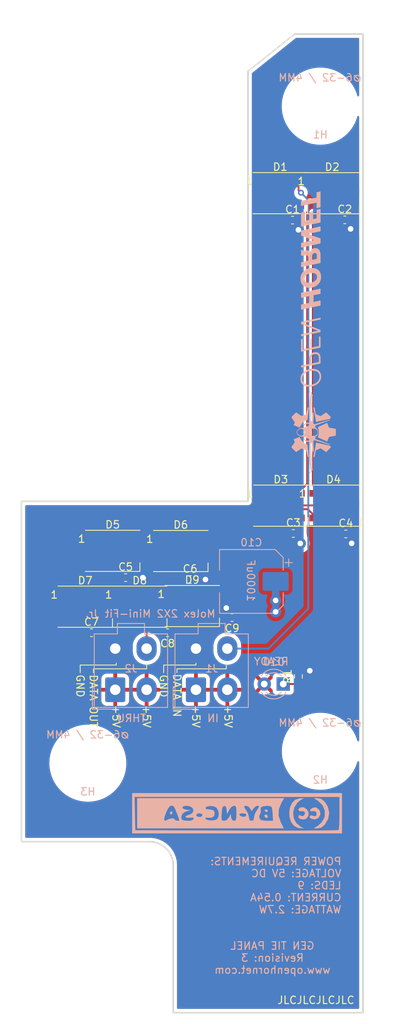
<source format=kicad_pcb>
(kicad_pcb (version 20211014) (generator pcbnew)
  (title_block (title "GEN TIE PANEL") (date "2023-02-10") (rev "3"))
  (layers (0 "F.Cu" signal) (31 "B.Cu" signal) (34 "B.Paste" user) (35 "F.Paste" user) (36 "B.SilkS" user "B.Silkscreen") (37 "F.SilkS" user "F.Silkscreen") (38 "B.Mask" user) (39 "F.Mask" user) (44 "Edge.Cuts" user))
  (net 0 "")
  (net 1 "Net-(D1-Pad2)")
  (net 2 "Net-(D2-Pad2)")
  (net 3 "Net-(D3-Pad2)")
  (net 4 "Net-(D4-Pad2)")
  (net 5 "Net-(D6-Pad2)")
  (net 6 "Net-(D8-Pad2)")
  (net 7 "/LEDGND")
  (net 8 "/LED+5V")
  (net 9 "/DATAIN")
  (net 10 "/DATAOUT")
  (net 11 "Net-(D5-Pad2)")
  (net 12 "Net-(D7-Pad2)")
  (net 13 "Net-(D10-Pad1)")
  (footprint "OH_Footprints:LED_WS2812B_PLCC4_5.0x5.0mm_P3.2mm" (layer "F.Cu") (at 151.742 50.974)
    (fp_text reference "D1" (at 0 -3.5) (layer "F.SilkS"))
    (fp_text value "WS2812B")
    (fp_text user "1" (at -4.15 -1.6) (layer "F.SilkS"))
    (pad "1" smd rect (at -2.45 -1.65) (size 1.5 0.9) (layers "F.Cu" "F.Paste" "F.Mask") (net 8 "/LED+5V"))
    (pad "2" smd rect (at -2.45 1.65) (size 1.5 0.9) (layers "F.Cu" "F.Paste" "F.Mask") (net 1 "Net-(D1-Pad2)"))
    (pad "3" smd rect (at 2.45 1.65) (size 1.5 0.9) (layers "F.Cu" "F.Paste" "F.Mask") (net 7 "/LEDGND"))
    (pad "4" smd rect (at 2.45 -1.65) (size 1.5 0.9) (layers "F.Cu" "F.Paste" "F.Mask") (net 9 "/DATAIN"))
  )
  (footprint "OH_Footprints:LED_WS2812B_PLCC4_5.0x5.0mm_P3.2mm" (layer "F.Cu") (at 158.702 50.984)
    (fp_text reference "D2" (at 0 -3.5) (layer "F.SilkS"))
    (fp_text value "WS2812B")
    (fp_text user "1" (at -4.15 -1.6) (layer "F.SilkS"))
    (pad "1" smd rect (at -2.45 -1.65) (size 1.5 0.9) (layers "F.Cu" "F.Paste" "F.Mask") (net 8 "/LED+5V"))
    (pad "2" smd rect (at -2.45 1.65) (size 1.5 0.9) (layers "F.Cu" "F.Paste" "F.Mask") (net 2 "Net-(D2-Pad2)"))
    (pad "3" smd rect (at 2.45 1.65) (size 1.5 0.9) (layers "F.Cu" "F.Paste" "F.Mask") (net 7 "/LEDGND"))
    (pad "4" smd rect (at 2.45 -1.65) (size 1.5 0.9) (layers "F.Cu" "F.Paste" "F.Mask") (net 1 "Net-(D1-Pad2)"))
  )
  (footprint "OH_Footprints:LED_WS2812B_PLCC4_5.0x5.0mm_P3.2mm" (layer "F.Cu") (at 151.822 92.744)
    (fp_text reference "D3" (at 0 -3.5) (layer "F.SilkS"))
    (fp_text value "WS2812B")
    (fp_text user "1" (at -4.15 -1.6) (layer "F.SilkS"))
    (pad "1" smd rect (at -2.45 -1.65) (size 1.5 0.9) (layers "F.Cu" "F.Paste" "F.Mask") (net 8 "/LED+5V"))
    (pad "2" smd rect (at -2.45 1.65) (size 1.5 0.9) (layers "F.Cu" "F.Paste" "F.Mask") (net 3 "Net-(D3-Pad2)"))
    (pad "3" smd rect (at 2.45 1.65) (size 1.5 0.9) (layers "F.Cu" "F.Paste" "F.Mask") (net 7 "/LEDGND"))
    (pad "4" smd rect (at 2.45 -1.65) (size 1.5 0.9) (layers "F.Cu" "F.Paste" "F.Mask") (net 2 "Net-(D2-Pad2)"))
  )
  (footprint "OH_Footprints:LED_WS2812B_PLCC4_5.0x5.0mm_P3.2mm" (layer "F.Cu") (at 158.872 92.744)
    (fp_text reference "D4" (at 0 -3.5) (layer "F.SilkS"))
    (fp_text value "WS2812B")
    (fp_text user "1" (at -4.15 -1.6) (layer "F.SilkS"))
    (pad "1" smd rect (at -2.45 -1.65) (size 1.5 0.9) (layers "F.Cu" "F.Paste" "F.Mask") (net 8 "/LED+5V"))
    (pad "2" smd rect (at -2.45 1.65) (size 1.5 0.9) (layers "F.Cu" "F.Paste" "F.Mask") (net 4 "Net-(D4-Pad2)"))
    (pad "3" smd rect (at 2.45 1.65) (size 1.5 0.9) (layers "F.Cu" "F.Paste" "F.Mask") (net 7 "/LEDGND"))
    (pad "4" smd rect (at 2.45 -1.65) (size 1.5 0.9) (layers "F.Cu" "F.Paste" "F.Mask") (net 3 "Net-(D3-Pad2)"))
  )
  (footprint "OH_Footprints:LED_WS2812B_PLCC4_5.0x5.0mm_P3.2mm" (layer "F.Cu") (at 129.312 98.784)
    (fp_text reference "D5" (at 0 -3.5) (layer "F.SilkS"))
    (fp_text value "WS2812B")
    (fp_text user "1" (at -4.15 -1.6) (layer "F.SilkS"))
    (pad "1" smd rect (at -2.45 -1.65) (size 1.5 0.9) (layers "F.Cu" "F.Paste" "F.Mask") (net 8 "/LED+5V"))
    (pad "2" smd rect (at -2.45 1.65) (size 1.5 0.9) (layers "F.Cu" "F.Paste" "F.Mask") (net 11 "Net-(D5-Pad2)"))
    (pad "3" smd rect (at 2.45 1.65) (size 1.5 0.9) (layers "F.Cu" "F.Paste" "F.Mask") (net 7 "/LEDGND"))
    (pad "4" smd rect (at 2.45 -1.65) (size 1.5 0.9) (layers "F.Cu" "F.Paste" "F.Mask") (net 4 "Net-(D4-Pad2)"))
  )
  (footprint "OH_Footprints:LED_WS2812B_PLCC4_5.0x5.0mm_P3.2mm" (layer "F.Cu") (at 132.932 106.248)
    (fp_text reference "D8" (at 0 -3.5) (layer "F.SilkS"))
    (fp_text value "WS2812B")
    (fp_text user "1" (at -4.15 -1.6) (layer "F.SilkS"))
    (pad "1" smd rect (at -2.45 -1.65) (size 1.5 0.9) (layers "F.Cu" "F.Paste" "F.Mask") (net 8 "/LED+5V"))
    (pad "2" smd rect (at -2.45 1.65) (size 1.5 0.9) (layers "F.Cu" "F.Paste" "F.Mask") (net 6 "Net-(D8-Pad2)"))
    (pad "3" smd rect (at 2.45 1.65) (size 1.5 0.9) (layers "F.Cu" "F.Paste" "F.Mask") (net 7 "/LEDGND"))
    (pad "4" smd rect (at 2.45 -1.65) (size 1.5 0.9) (layers "F.Cu" "F.Paste" "F.Mask") (net 12 "Net-(D7-Pad2)"))
  )
  (footprint "OH_Footprints:LED_WS2812B_PLCC4_5.0x5.0mm_P3.2mm" (layer "F.Cu") (at 139.962 106.164)
    (fp_text reference "D9" (at 0 -3.5) (layer "F.SilkS"))
    (fp_text value "WS2812B")
    (fp_text user "1" (at -4.15 -1.6) (layer "F.SilkS"))
    (pad "1" smd rect (at -2.45 -1.65) (size 1.5 0.9) (layers "F.Cu" "F.Paste" "F.Mask") (net 8 "/LED+5V"))
    (pad "2" smd rect (at -2.45 1.65) (size 1.5 0.9) (layers "F.Cu" "F.Paste" "F.Mask") (net 10 "/DATAOUT"))
    (pad "3" smd rect (at 2.45 1.65) (size 1.5 0.9) (layers "F.Cu" "F.Paste" "F.Mask") (net 7 "/LEDGND"))
    (pad "4" smd rect (at 2.45 -1.65) (size 1.5 0.9) (layers "F.Cu" "F.Paste" "F.Mask") (net 6 "Net-(D8-Pad2)"))
  )
  (footprint "OH_Footprints:C_0603_1608Metric" (layer "F.Cu") (at 153.392 54.574)
    (fp_text reference "C1" (at 0 -1.43) (layer "F.SilkS"))
    (fp_text value "C")
    (pad "1" smd roundrect (at -0.775 0) (size 0.9 0.95) (layers "F.Cu" "F.Paste" "F.Mask") (net 8 "/LED+5V"))
    (pad "2" smd roundrect (at 0.775 0) (size 0.9 0.95) (layers "F.Cu" "F.Paste" "F.Mask") (net 7 "/LEDGND"))
  )
  (footprint "OH_Footprints:R_0603_1608Metric" (layer "F.Cu") (at 154.178 115.57 90)
    (fp_text reference "R1" (at 0 -1.43 90) (layer "F.SilkS"))
    (fp_text value "R")
    (pad "1" smd roundrect (at -0.825 0 90) (size 0.8 0.95) (layers "F.Cu" "F.Paste" "F.Mask") (net 13 "Net-(D10-Pad1)"))
    (pad "2" smd roundrect (at 0.825 0 90) (size 0.8 0.95) (layers "F.Cu" "F.Paste" "F.Mask") (net 7 "/LEDGND"))
  )
  (footprint "OH_Footprints:C_0603_1608Metric" (layer "F.Cu") (at 160.387 54.544)
    (fp_text reference "C2" (at 0 -1.43) (layer "F.SilkS"))
    (fp_text value "C")
    (pad "1" smd roundrect (at -0.775 0) (size 0.9 0.95) (layers "F.Cu" "F.Paste" "F.Mask") (net 8 "/LED+5V"))
    (pad "2" smd roundrect (at 0.775 0) (size 0.9 0.95) (layers "F.Cu" "F.Paste" "F.Mask") (net 7 "/LEDGND"))
  )
  (footprint "OH_Footprints:C_0603_1608Metric" (layer "F.Cu") (at 153.502 96.464)
    (fp_text reference "C3" (at 0 -1.43) (layer "F.SilkS"))
    (fp_text value "C")
    (pad "1" smd roundrect (at -0.775 0) (size 0.9 0.95) (layers "F.Cu" "F.Paste" "F.Mask") (net 8 "/LED+5V"))
    (pad "2" smd roundrect (at 0.775 0) (size 0.9 0.95) (layers "F.Cu" "F.Paste" "F.Mask") (net 7 "/LEDGND"))
  )
  (footprint "OH_Footprints:C_0603_1608Metric" (layer "F.Cu") (at 160.528 96.52)
    (fp_text reference "C4" (at 0 -1.43) (layer "F.SilkS"))
    (fp_text value "C")
    (pad "1" smd roundrect (at -0.775 0) (size 0.9 0.95) (layers "F.Cu" "F.Paste" "F.Mask") (net 8 "/LED+5V"))
    (pad "2" smd roundrect (at 0.775 0) (size 0.9 0.95) (layers "F.Cu" "F.Paste" "F.Mask") (net 7 "/LEDGND"))
  )
  (footprint "OH_Footprints:C_0603_1608Metric" (layer "F.Cu") (at 131.051 102.362)
    (fp_text reference "C5" (at 0 -1.43) (layer "F.SilkS"))
    (fp_text value "C")
    (pad "1" smd roundrect (at -0.775 0) (size 0.9 0.95) (layers "F.Cu" "F.Paste" "F.Mask") (net 8 "/LED+5V"))
    (pad "2" smd roundrect (at 0.775 0) (size 0.9 0.95) (layers "F.Cu" "F.Paste" "F.Mask") (net 7 "/LEDGND"))
  )
  (footprint "OH_Footprints:C_0603_1608Metric" (layer "F.Cu") (at 139.687 102.616)
    (fp_text reference "C6" (at 0 -1.43) (layer "F.SilkS"))
    (fp_text value "C")
    (pad "1" smd roundrect (at -0.775 0) (size 0.9 0.95) (layers "F.Cu" "F.Paste" "F.Mask") (net 8 "/LED+5V"))
    (pad "2" smd roundrect (at 0.775 0) (size 0.9 0.95) (layers "F.Cu" "F.Paste" "F.Mask") (net 7 "/LEDGND"))
  )
  (footprint "OH_Footprints:C_0603_1608Metric" (layer "F.Cu") (at 126.479 109.728)
    (fp_text reference "C7" (at 0 -1.43) (layer "F.SilkS"))
    (fp_text value "C")
    (pad "1" smd roundrect (at -0.775 0) (size 0.9 0.95) (layers "F.Cu" "F.Paste" "F.Mask") (net 8 "/LED+5V"))
    (pad "2" smd roundrect (at 0.775 0) (size 0.9 0.95) (layers "F.Cu" "F.Paste" "F.Mask") (net 7 "/LEDGND"))
  )
  (footprint "OH_Footprints:C_0603_1608Metric" (layer "F.Cu") (at 145.301 107.696 180)
    (fp_text reference "C9" (at 0 -1.43 180) (layer "F.SilkS"))
    (fp_text value "C")
    (pad "1" smd roundrect (at -0.775 0 180) (size 0.9 0.95) (layers "F.Cu" "F.Paste" "F.Mask") (net 8 "/LED+5V"))
    (pad "2" smd roundrect (at 0.775 0 180) (size 0.9 0.95) (layers "F.Cu" "F.Paste" "F.Mask") (net 7 "/LEDGND"))
  )
  (footprint "OH_Footprints:C_0603_1608Metric" (layer "F.Cu") (at 136.665 109.728 180)
    (fp_text reference "C8" (at 0 -1.43 180) (layer "F.SilkS"))
    (fp_text value "C")
    (pad "1" smd roundrect (at -0.775 0 180) (size 0.9 0.95) (layers "F.Cu" "F.Paste" "F.Mask") (net 8 "/LED+5V"))
    (pad "2" smd roundrect (at 0.775 0 180) (size 0.9 0.95) (layers "F.Cu" "F.Paste" "F.Mask") (net 7 "/LEDGND"))
  )
  (footprint "OH_Footprints:LED_WS2812B_PLCC4_5.0x5.0mm_P3.2mm" (layer "F.Cu") (at 138.43 98.806)
    (fp_text reference "D6" (at 0 -3.5) (layer "F.SilkS"))
    (fp_text value "WS2812B")
    (fp_text user "1" (at -4.15 -1.6) (layer "F.SilkS"))
    (pad "1" smd rect (at -2.45 -1.65) (size 1.5 0.9) (layers "F.Cu" "F.Paste" "F.Mask") (net 8 "/LED+5V"))
    (pad "2" smd rect (at -2.45 1.65) (size 1.5 0.9) (layers "F.Cu" "F.Paste" "F.Mask") (net 5 "Net-(D6-Pad2)"))
    (pad "3" smd rect (at 2.45 1.65) (size 1.5 0.9) (layers "F.Cu" "F.Paste" "F.Mask") (net 7 "/LEDGND"))
    (pad "4" smd rect (at 2.45 -1.65) (size 1.5 0.9) (layers "F.Cu" "F.Paste" "F.Mask") (net 11 "Net-(D5-Pad2)"))
  )
  (footprint "OH_Footprints:LED_WS2812B_PLCC4_5.0x5.0mm_P3.2mm" (layer "F.Cu") (at 125.64 106.248)
    (fp_text reference "D7" (at 0 -3.5) (layer "F.SilkS"))
    (fp_text value "WS2812B")
    (fp_text user "1" (at -4.15 -1.6) (layer "F.SilkS"))
    (pad "1" smd rect (at -2.45 -1.65) (size 1.5 0.9) (layers "F.Cu" "F.Paste" "F.Mask") (net 8 "/LED+5V"))
    (pad "2" smd rect (at -2.45 1.65) (size 1.5 0.9) (layers "F.Cu" "F.Paste" "F.Mask") (net 12 "Net-(D7-Pad2)"))
    (pad "3" smd rect (at 2.45 1.65) (size 1.5 0.9) (layers "F.Cu" "F.Paste" "F.Mask") (net 7 "/LEDGND"))
    (pad "4" smd rect (at 2.45 -1.65) (size 1.5 0.9) (layers "F.Cu" "F.Paste" "F.Mask") (net 5 "Net-(D6-Pad2)"))
  )
  (footprint "OH_Footprints:OH_Panel_6-32_PHS" (layer "F.Cu") (at 125.992 127.164)
    (fp_text reference "REF**" hide)
    (fp_text value "OH_Panel_Fastner_Keepout" hide)
    (fp_text user "H3" (at 0 3.81) (layer "B.SilkS") (effects (justify mirror)))
    (fp_text user "⌀6-32 / 4MM" (at 0 -3.81) (layer "B.SilkS") (effects (justify mirror)))
    (pad "" np_thru_hole circle (at 0 0) (size 4.3 4.3) (drill 4.3) (layers *.Cu *.Mask) (clearance 3))
  )
  (footprint "OH_Footprints:OH_Panel_6-32_PHS" (layer "F.Cu") (at 157.112 125.574)
    (fp_text reference "REF**" hide)
    (fp_text value "OH_Panel_Fastner_Keepout" hide)
    (fp_text user "⌀6-32 / 4MM" (at 0 -3.81) (layer "B.SilkS") (effects (justify mirror)))
    (fp_text user "H2" (at 0 3.81) (layer "B.SilkS") (effects (justify mirror)))
    (pad "" np_thru_hole circle (at 0 0) (size 4.3 4.3) (drill 4.3) (layers *.Cu *.Mask) (clearance 3))
  )
  (footprint "OH_Footprints:OH_Panel_6-32_PHS" (layer "F.Cu") (at 157.102 39.344)
    (fp_text reference "REF**" hide)
    (fp_text value "OH_Panel_Fastner_Keepout" hide)
    (fp_text user "H1" (at 0 3.81) (layer "B.SilkS") (effects (justify mirror)))
    (fp_text user "⌀6-32 / 4MM" (at 0 -3.81) (layer "B.SilkS") (effects (justify mirror)))
    (pad "" np_thru_hole circle (at 0 0) (size 4.3 4.3) (drill 4.3) (layers *.Cu *.Mask) (clearance 3))
  )
  (footprint "OH_Footprints:Molex_Mini-Fit_Jr_5566-04A_2x02_P4.20mm_Vertical" (layer "B.Cu") (at 140.462 117.348)
    (fp_text reference "J1" (at 2.1 -2.820624 180) (layer "B.SilkS") (effects (justify mirror)))
    (fp_text value "IN")
    (pad "1" thru_hole roundrect (at 0 0) (size 2.7 3.3) (drill 1.4) (layers *.Cu *.Mask) (roundrect_rratio 0.09259296296) (net 8 "/LED+5V"))
    (pad "2" thru_hole oval (at 4.2 0) (size 2.7 3.3) (drill 1.4) (layers *.Cu *.Mask) (net 8 "/LED+5V"))
    (pad "3" thru_hole oval (at 0 -5.5) (size 2.7 3.3) (drill 1.4) (layers *.Cu *.Mask) (net 7 "/LEDGND"))
    (pad "4" thru_hole oval (at 4.2 -5.5) (size 2.7 3.3) (drill 1.4) (layers *.Cu *.Mask) (net 9 "/DATAIN"))
  )
  (footprint "OH_Footprints:LED_D3.0mm" (layer "B.Cu") (at 152.146 116.586 180)
    (fp_text reference "D10" (at 1.27 2.96) (layer "B.SilkS") (effects (justify mirror)))
    (fp_text value "LED")
    (pad "1" thru_hole rect (at 0 0 180) (size 1.8 1.8) (drill 0.9) (layers *.Cu *.Mask) (net 13 "Net-(D10-Pad1)"))
    (pad "2" thru_hole circle (at 2.54 0 180) (size 1.8 1.8) (drill 0.9) (layers *.Cu *.Mask) (net 8 "/LED+5V"))
  )
  (footprint "OH_Footprints:CC-BY-NC-SA-Small" (layer "B.Cu") (at 146.05 133.858 180)
    (fp_text reference "G***" hide)
    (fp_text value "LOGO" hide)
  )
  (footprint "OH_Footprints:OH_LOGO_37.7mm_5.9mm" (layer "B.Cu") (at 156.21 69.596 90)
    (fp_text reference "G***" hide)
    (fp_text value "LOGO" hide)
  )
  (footprint "OH_Footprints:CP_Elec_8x10" (layer "B.Cu") (at 147.88 102.87 180)
    (fp_text reference "C10" (at 0 5.2) (layer "B.SilkS") (effects (justify mirror)))
    (fp_text value "C_Polarized")
    (pad "1" smd roundrect (at -3.25 0 180) (size 3.5 2.5) (layers "B.Cu" "B.Paste" "B.Mask") (roundrect_rratio 0.1) (net 8 "/LED+5V"))
    (pad "2" smd roundrect (at 3.25 0 180) (size 3.5 2.5) (layers "B.Cu" "B.Paste" "B.Mask") (roundrect_rratio 0.1) (net 7 "/LEDGND"))
  )
  (footprint "OH_Footprints:Molex_Mini-Fit_Jr_5566-04A_2x02_P4.20mm_Vertical" (layer "B.Cu") (at 129.658 117.348)
    (fp_text reference "J2" (at 2.1 -2.820624 180) (layer "B.SilkS") (effects (justify mirror)))
    (fp_text value "THRU")
    (pad "1" thru_hole roundrect (at 0 0) (size 2.7 3.3) (drill 1.4) (layers *.Cu *.Mask) (roundrect_rratio 0.09259296296) (net 8 "/LED+5V"))
    (pad "2" thru_hole oval (at 4.2 0) (size 2.7 3.3) (drill 1.4) (layers *.Cu *.Mask) (net 8 "/LED+5V"))
    (pad "3" thru_hole oval (at 0 -5.5) (size 2.7 3.3) (drill 1.4) (layers *.Cu *.Mask) (net 7 "/LEDGND"))
    (pad "4" thru_hole oval (at 4.2 -5.5) (size 2.7 3.3) (drill 1.4) (layers *.Cu *.Mask) (net 10 "/DATAOUT"))
  )
  (gr_line (start 137.922 114.554) (end 144.526 114.554) (layer "F.SilkS") (width 0.12))
  (gr_line (start 136.144 114.046) (end 140.462 114.046) (layer "F.SilkS") (width 0.12))
  (gr_line (start 126.746 114.554) (end 133.858 114.554) (layer "F.SilkS") (width 0.12))
  (gr_line (start 133.858 114.554) (end 133.858 113.792) (layer "F.SilkS") (width 0.12))
  (gr_line (start 124.968 115.062) (end 124.968 114.3) (layer "F.SilkS") (width 0.12))
  (gr_line (start 124.968 114.046) (end 129.794 114.046) (layer "F.SilkS") (width 0.12))
  (gr_line (start 129.794 114.046) (end 129.794 113.792) (layer "F.SilkS") (width 0.12))
  (gr_line (start 144.526 114.554) (end 144.526 113.792) (layer "F.SilkS") (width 0.12))
  (gr_line (start 137.922 115.062) (end 137.922 114.554) (layer "F.SilkS") (width 0.12))
  (gr_line (start 140.462 114.046) (end 140.462 113.792) (layer "F.SilkS") (width 0.12))
  (gr_line (start 124.968 114.3) (end 124.968 114.046) (layer "F.SilkS") (width 0.12))
  (gr_line (start 136.144 115.062) (end 136.144 114.046) (layer "F.SilkS") (width 0.12))
  (gr_line (start 126.746 115.062) (end 126.746 114.554) (layer "F.SilkS") (width 0.12))
  (gr_line (start 162.821263 29.701932) (end 153.677263 29.701932) (layer "Edge.Cuts") (width 0.2))
  (gr_line (start 147.429124 92.168757) (end 117.101263 92.168757) (layer "Edge.Cuts") (width 0.2))
  (gr_line (start 162.821263 160.511932) (end 162.821263 29.701932) (layer "Edge.Cuts") (width 0.2))
  (gr_line (start 117.101263 92.168757) (end 117.101263 137.651932) (layer "Edge.Cuts") (width 0.2))
  (gr_line (start 137.421263 160.511932) (end 162.821263 160.511932) (layer "Edge.Cuts") (width 0.2))
  (gr_line (start 147.429124 34.691765) (end 147.429124 92.168757) (layer "Edge.Cuts") (width 0.2))
  (gr_arc (start 134.246263 137.651932) (mid 136.491327 138.581868) (end 137.421263 140.826932) (layer "Edge.Cuts") (width 0.2))
  (gr_line (start 137.421263 140.826932) (end 137.421263 160.511932) (layer "Edge.Cuts") (width 0.2))
  (gr_line (start 153.677263 29.701932) (end 147.429124 34.691765) (layer "Edge.Cuts") (width 0.2))
  (gr_line (start 117.101263 137.651932) (end 134.246263 137.651932) (layer "Edge.Cuts") (width 0.2))
  (gr_text "POWER REQUIREMENTS:\nVOLTAGE: 5V DC\nLEDS: 9\nCURRENT: 0.54A\nWATTAGE: 2.7W" (at 160.02 143.51) (layer "B.SilkS") (effects (font (size 1 1)) (justify left mirror)))
  (gr_text "Molex 2X2 Mini-Fit Jr." (at 134.366 107.188) (layer "B.SilkS") (effects (font (size 1 1)) (justify mirror)))
  (gr_text "GEN TIE PANEL\nRevision: 3\nwww.openhornet.com" (at 150.6982 153.1874) (layer "B.SilkS") (effects (font (size 1 1)) (justify mirror)))
  (gr_text "READY" (at 150.542 113.564) (layer "B.SilkS") (effects (font (size 1 1)) (justify mirror)))
  (gr_text "THRU" (at 131.826 121.158) (layer "B.SilkS") (effects (font (size 1 1)) (justify mirror)))
  (gr_text "1000uF" (at 147.802 102.752 270) (layer "B.SilkS") (effects (font (size 1 1)) (justify mirror)))
  (gr_text "IN" (at 142.748 121.158) (layer "B.SilkS") (effects (font (size 1 1)) (justify mirror)))
  (gr_text "+5V" (at 144.78 120.904 270) (layer "F.SilkS") (effects (font (size 1 1))))
  (gr_text "GND" (at 136.144 116.84 270) (layer "F.SilkS") (effects (font (size 1 1))))
  (gr_text "DATA IN" (at 137.922 118.11 -90) (layer "F.SilkS") (effects (font (size 1 1))))
  (gr_text "+5V" (at 129.794 120.904 270) (layer "F.SilkS") (effects (font (size 1 1))))
  (gr_text "+5V" (at 140.462 120.904 270) (layer "F.SilkS") (effects (font (size 1 1))))
  (gr_text "DATA OUT" (at 126.746 118.872 270) (layer "F.SilkS") (effects (font (size 1 1))))
  (gr_text "JLCJLCJLCJLC" (at 156.53 158.84) (layer "F.SilkS") (effects (font (size 1 1))))
  (gr_text "GND" (at 124.968 116.84 270) (layer "F.SilkS") (effects (font (size 1 1))))
  (gr_text "+5V" (at 133.858 120.904 270) (layer "F.SilkS") (effects (font (size 1 1))))
  (segment (start 149.292 52.574) (end 148.082 51.364) (width 0.25) (layer "F.Cu") (net 1))
  (segment (start 148.082 51.364) (end 148.082 48.748998) (width 0.25) (layer "F.Cu") (net 1))
  (segment (start 161.152 48.842) (end 158.03 45.72) (width 0.25) (layer "F.Cu") (net 1))
  (segment (start 161.152 49.384) (end 161.152 48.842) (width 0.25) (layer "F.Cu") (net 1))
  (segment (start 158.03 45.72) (end 151.110998 45.72) (width 0.25) (layer "F.Cu") (net 1))
  (segment (start 151.110998 45.72) (end 148.082 48.748998) (width 0.25) (layer "F.Cu") (net 1))
  (segment (start 154.272 91.144) (end 154.272 90.889998) (width 0.25) (layer "F.Cu") (net 2))
  (segment (start 155.346999 53.489001) (end 155.346999 89.814999) (width 0.25) (layer "F.Cu") (net 2))
  (segment (start 154.272 90.889998) (end 155.346999 89.814999) (width 0.25) (layer "F.Cu") (net 2))
  (segment (start 156.252 52.584) (end 155.346999 53.489001) (width 0.25) (layer "F.Cu") (net 2))
  (segment (start 151.006 92.71) (end 159.756 92.71) (width 0.25) (layer "F.Cu") (net 3))
  (segment (start 149.372 94.344) (end 151.006 92.71) (width 0.25) (layer "F.Cu") (net 3))
  (segment (start 159.756 92.71) (end 161.322 91.144) (width 0.25) (layer "F.Cu") (net 3))
  (segment (start 156.422 94.344) (end 156.422 94.192) (width 0.25) (layer "F.Cu") (net 4))
  (segment (start 151.611997 95.169001) (end 133.776999 95.169001) (width 0.25) (layer "F.Cu") (net 4))
  (segment (start 133.776999 95.169001) (end 131.762 97.184) (width 0.25) (layer "F.Cu") (net 4))
  (segment (start 156.422 94.192) (end 155.448 93.218) (width 0.25) (layer "F.Cu") (net 4))
  (segment (start 155.448 93.218) (end 153.562998 93.218) (width 0.25) (layer "F.Cu") (net 4))
  (segment (start 153.562998 93.218) (end 151.611997 95.169001) (width 0.25) (layer "F.Cu") (net 4))
  (segment (start 129.226999 103.437001) (end 133.866001 103.437001) (width 0.25) (layer "F.Cu") (net 5))
  (segment (start 133.866001 103.437001) (end 135.98 101.323002) (width 0.25) (layer "F.Cu") (net 5))
  (segment (start 128.09 104.648) (end 128.09 104.574) (width 0.25) (layer "F.Cu") (net 5))
  (segment (start 135.98 101.323002) (end 135.98 100.406) (width 0.25) (layer "F.Cu") (net 5))
  (segment (start 128.09 104.574) (end 129.226999 103.437001) (width 0.25) (layer "F.Cu") (net 5))
  (segment (start 140.804 106.172) (end 142.412 104.564) (width 0.25) (layer "F.Cu") (net 6))
  (segment (start 132.944 107.848) (end 134.62 106.172) (width 0.25) (layer "F.Cu") (net 6))
  (segment (start 134.62 106.172) (end 140.804 106.172) (width 0.25) (layer "F.Cu") (net 6))
  (segment (start 130.482 107.848) (end 132.944 107.848) (width 0.25) (layer "F.Cu") (net 6))
  (segment (start 161.162 55.752) (end 161.162 55.752) (width 1) (layer "F.Cu") (net 7))
  (segment (start 154.178 55.88) (end 154.167 55.869) (width 1) (layer "F.Cu") (net 7))
  (segment (start 161.303 97.777) (end 161.303 97.777) (width 1) (layer "F.Cu") (net 7))
  (segment (start 154.432 97.79) (end 154.277 97.635) (width 1) (layer "F.Cu") (net 7))
  (segment (start 133.35 102.362) (end 133.35 102.362) (width 1) (layer "F.Cu") (net 7))
  (segment (start 144.526 106.426) (end 144.526 106.426) (width 1) (layer "F.Cu") (net 7))
  (segment (start 141.732 102.616) (end 141.732 102.616) (width 1) (layer "F.Cu") (net 7))
  (segment (start 155.702 114.808) (end 155.6765 114.7825) (width 1) (layer "F.Cu") (net 7))
  (segment (start 154.192 52.574) (end 154.192 54.549) (width 1) (layer "F.Cu") (net 7))
  (segment (start 161.152 54.534) (end 161.162 54.544) (width 1) (layer "F.Cu") (net 7))
  (segment (start 131.826 102.362) (end 133.35 102.362) (width 1) (layer "F.Cu") (net 7))
  (segment (start 140.462 100.584) (end 140.462 102.616) (width 1) (layer "F.Cu") (net 7))
  (segment (start 140.88 100.406) (end 140.64 100.406) (width 1) (layer "F.Cu") (net 7))
  (segment (start 140.462 102.616) (end 141.732 102.616) (width 1) (layer "F.Cu") (net 7))
  (segment (start 161.303 94.363) (end 161.322 94.344) (width 1) (layer "F.Cu") (net 7))
  (segment (start 131.826 100.448) (end 131.762 100.384) (width 1) (layer "F.Cu") (net 7))
  (segment (start 140.462 111.848) (end 137.535 111.848) (width 1) (layer "F.Cu") (net 7))
  (segment (start 131.826 102.362) (end 131.826 100.448) (width 1) (layer "F.Cu") (net 7))
  (segment (start 154.272 96.459) (end 154.277 96.464) (width 1) (layer "F.Cu") (net 7))
  (segment (start 128.09 108.13) (end 127.254 108.966) (width 1) (layer "F.Cu") (net 7))
  (segment (start 161.303 96.52) (end 161.303 94.363) (width 1) (layer "F.Cu") (net 7))
  (segment (start 154.192 54.549) (end 154.167 54.574) (width 1) (layer "F.Cu") (net 7))
  (segment (start 161.152 52.584) (end 161.152 54.534) (width 1) (layer "F.Cu") (net 7))
  (segment (start 135.382 107.848) (end 135.382 108.204) (width 1) (layer "F.Cu") (net 7))
  (segment (start 154.272 94.344) (end 154.272 96.459) (width 1) (layer "F.Cu") (net 7))
  (segment (start 154.167 54.574) (end 154.178 55.88) (width 1) (layer "F.Cu") (net 7))
  (segment (start 144.458 107.764) (end 144.526 107.696) (width 1) (layer "F.Cu") (net 7))
  (segment (start 127.254 108.966) (end 127.254 109.728) (width 1) (layer "F.Cu") (net 7))
  (segment (start 127.254 109.728) (end 127.254 110.744) (width 1) (layer "F.Cu") (net 7))
  (segment (start 127.254 110.744) (end 128.358 111.848) (width 1) (layer "F.Cu") (net 7))
  (segment (start 135.89 110.203) (end 135.89 109.728) (width 1) (layer "F.Cu") (net 7))
  (segment (start 128.358 111.848) (end 129.658 111.848) (width 1) (layer "F.Cu") (net 7))
  (segment (start 128.09 107.848) (end 128.09 108.13) (width 1) (layer "F.Cu") (net 7))
  (segment (start 142.412 107.764) (end 144.458 107.764) (width 1) (layer "F.Cu") (net 7))
  (segment (start 154.178 114.7825) (end 155.702 114.808) (width 1) (layer "F.Cu") (net 7))
  (segment (start 140.64 100.406) (end 140.462 100.584) (width 1) (layer "F.Cu") (net 7))
  (segment (start 161.162 54.544) (end 161.162 55.752) (width 1) (layer "F.Cu") (net 7))
  (segment (start 137.535 111.848) (end 135.89 110.203) (width 1) (layer "F.Cu") (net 7))
  (segment (start 154.277 96.464) (end 154.432 97.79) (width 1) (layer "F.Cu") (net 7))
  (segment (start 161.303 96.52) (end 161.303 97.777) (width 1) (layer "F.Cu") (net 7))
  (segment (start 144.526 107.696) (end 144.526 106.426) (width 1) (layer "F.Cu") (net 7))
  (segment (start 135.89 108.712) (end 135.89 109.728) (width 1) (layer "F.Cu") (net 7))
  (segment (start 135.382 108.204) (end 135.89 108.712) (width 1) (layer "F.Cu") (net 7))
  (via (at 154.432 97.79) (size 1.5) (drill 0.75) (layers "F.Cu" "B.Cu") (net 7))
  (via (at 155.702 114.808) (size 1.5) (drill 0.75) (layers "F.Cu" "B.Cu") (net 7))
  (via (at 133.35 102.362) (size 1.5) (drill 0.75) (layers "F.Cu" "B.Cu") (net 7))
  (via (at 154.178 55.88) (size 1.5) (drill 0.75) (layers "F.Cu" "B.Cu") (net 7))
  (via (at 161.162 55.752) (size 1.5) (drill 0.75) (layers "F.Cu" "B.Cu") (net 7))
  (via (at 161.303 97.777) (size 1.5) (drill 0.75) (layers "F.Cu" "B.Cu") (net 7))
  (via (at 141.732 102.616) (size 1.5) (drill 0.75) (layers "F.Cu" "B.Cu") (net 7))
  (via (at 144.526 106.426) (size 1.5) (drill 0.75) (layers "F.Cu" "B.Cu") (net 7))
  (via (at 151.13 106.934) (size 1.5) (drill 0.75) (layers "F.Cu" "B.Cu") (net 8))
  (via (at 151.13 105.41) (size 1.5) (drill 0.75) (layers "F.Cu" "B.Cu") (net 8))
  (segment (start 151.13 105.41) (end 151.13 106.934) (width 1) (layer "B.Cu") (net 8))
  (segment (start 151.13 106.934) (end 151.13 106.934) (width 1) (layer "B.Cu") (net 8))
  (segment (start 151.13 102.87) (end 151.13 105.41) (width 1) (layer "B.Cu") (net 8))
  (segment (start 154.192 50.582) (end 154.52 50.91) (width 0.25) (layer "F.Cu") (net 9))
  (segment (start 154.192 49.374) (end 154.192 50.582) (width 0.25) (layer "F.Cu") (net 9))
  (via (at 154.52 50.91) (size 0.8) (drill 0.4) (layers "F.Cu" "B.Cu") (net 9))
  (segment (start 150.162 111.848) (end 155.507001 106.502999) (width 0.25) (layer "B.Cu") (net 9))
  (segment (start 155.507001 51.897001) (end 154.52 50.91) (width 0.25) (layer "B.Cu") (net 9))
  (segment (start 155.507001 106.502999) (end 155.507001 51.897001) (width 0.25) (layer "B.Cu") (net 9))
  (segment (start 144.662 111.848) (end 150.162 111.848) (width 0.25) (layer "B.Cu") (net 9))
  (segment (start 136.428 106.68) (end 134.74841 106.68) (width 0.25) (layer "F.Cu") (net 10))
  (segment (start 137.512 107.764) (end 136.428 106.68) (width 0.25) (layer "F.Cu") (net 10))
  (segment (start 133.858 107.57041) (end 133.858 111.848) (width 0.25) (layer "F.Cu") (net 10))
  (segment (start 134.74841 106.68) (end 133.858 107.57041) (width 0.25) (layer "F.Cu") (net 10))
  (segment (start 140.054999 96.380999) (end 140.054999 96.366999) (width 0.25) (layer "F.Cu") (net 11))
  (segment (start 139.446 95.758) (end 135.592998 95.758) (width 0.25) (layer "F.Cu") (net 11))
  (segment (start 131.791999 99.558999) (end 127.687001 99.558999) (width 0.25) (layer "F.Cu") (net 11))
  (segment (start 140.054999 96.366999) (end 139.446 95.758) (width 0.25) (layer "F.Cu") (net 11))
  (segment (start 127.687001 99.558999) (end 126.862 100.384) (width 0.25) (layer "F.Cu") (net 11))
  (segment (start 135.592998 95.758) (end 131.791999 99.558999) (width 0.25) (layer "F.Cu") (net 11))
  (segment (start 140.88 97.206) (end 140.054999 96.380999) (width 0.25) (layer "F.Cu") (net 11))
  (segment (start 132.930999 107.022999) (end 135.305998 104.648) (width 0.25) (layer "F.Cu") (net 12))
  (segment (start 135.305998 104.648) (end 135.382 104.648) (width 0.25) (layer "F.Cu") (net 12))
  (segment (start 123.19 107.848) (end 124.015001 107.022999) (width 0.25) (layer "F.Cu") (net 12))
  (segment (start 124.015001 107.022999) (end 132.930999 107.022999) (width 0.25) (layer "F.Cu") (net 12))
  (segment (start 152.146 116.586) (end 153.9495 116.586) (width 0.25) (layer "F.Cu") (net 13))
  (segment (start 153.9495 116.586) (end 154.178 116.3575) (width 0.25) (layer "F.Cu") (net 13))
  (zone (net 8) (net_name "/LED+5V") (layer "F.Cu") (connect_pads (clearance 0.508)) (min_thickness 0.254) (fill yes (thermal_gap 0.508) (thermal_bridge_width 0.508))
    (polygon (pts (xy 165.002 161.824) (xy 145.542 162.044) (xy 114.682 162.044) (xy 115.132 25.604) (xy 166.572 25.384)))
  )
  (zone (net 7) (net_name "/LEDGND") (layer "B.Cu") (connect_pads yes (clearance 0.508)) (min_thickness 0.254) (fill yes (thermal_gap 0.508) (thermal_bridge_width 0.508))
    (polygon (pts (xy 167.242 25.154) (xy 164.782 161.594) (xy 114.682 161.154) (xy 114.232 25.154)))
  )
)
</source>
